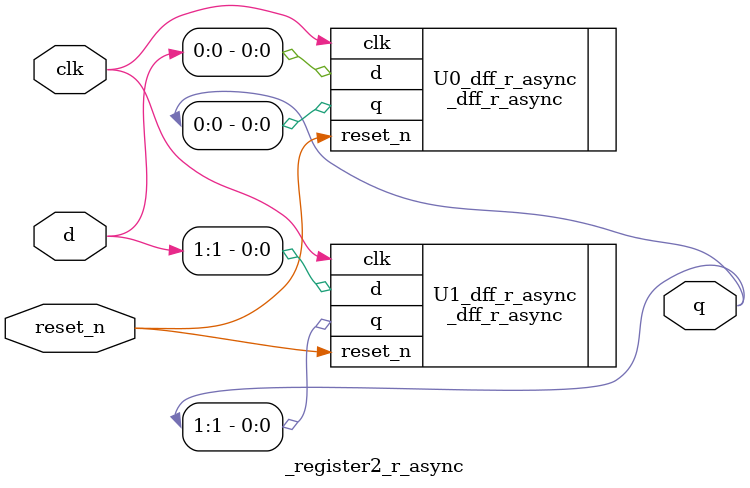
<source format=v>
module _register2_r_async(q, clk, reset_n, d);
	input clk, reset_n;	//clock, active-low reset
	input [1:0] d;			//Next State
	output [1:0] q;		//Current State
	
	//instance
	_dff_r_async U0_dff_r_async(.q(q[0]), .clk(clk), .reset_n(reset_n), .d(d[0]));
	_dff_r_async U1_dff_r_async(.q(q[1]), .clk(clk), .reset_n(reset_n), .d(d[1]));
endmodule 


</source>
